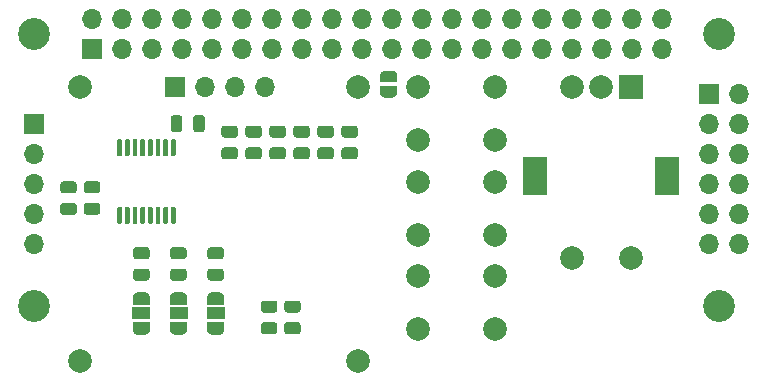
<source format=gbs>
G04 #@! TF.GenerationSoftware,KiCad,Pcbnew,(5.1.12)-1*
G04 #@! TF.CreationDate,2021-12-15T14:48:57-06:00*
G04 #@! TF.ProjectId,ctrl_board,6374726c-5f62-46f6-9172-642e6b696361,rev?*
G04 #@! TF.SameCoordinates,Original*
G04 #@! TF.FileFunction,Soldermask,Bot*
G04 #@! TF.FilePolarity,Negative*
%FSLAX46Y46*%
G04 Gerber Fmt 4.6, Leading zero omitted, Abs format (unit mm)*
G04 Created by KiCad (PCBNEW (5.1.12)-1) date 2021-12-15 14:48:57*
%MOMM*%
%LPD*%
G01*
G04 APERTURE LIST*
%ADD10C,2.000000*%
%ADD11R,1.700000X1.700000*%
%ADD12O,1.700000X1.700000*%
%ADD13C,0.150000*%
%ADD14R,1.500000X1.000000*%
%ADD15R,2.000000X2.000000*%
%ADD16R,2.000000X3.200000*%
%ADD17C,2.700000*%
G04 APERTURE END LIST*
D10*
X207390000Y-125200000D03*
X230940000Y-125200000D03*
X207390000Y-102000000D03*
X230940000Y-102000000D03*
D11*
X215380000Y-102000000D03*
D12*
X217920000Y-102000000D03*
X220460000Y-102000000D03*
X223000000Y-102000000D03*
X263182500Y-115265500D03*
X260642500Y-115265500D03*
X263182500Y-112725500D03*
X260642500Y-112725500D03*
X263182500Y-110185500D03*
X260642500Y-110185500D03*
X263182500Y-107645500D03*
X260642500Y-107645500D03*
X263182500Y-105105500D03*
X260642500Y-105105500D03*
X263182500Y-102565500D03*
D11*
X260642500Y-102565500D03*
G36*
G01*
X215375000Y-107875000D02*
X215175000Y-107875000D01*
G75*
G02*
X215075000Y-107775000I0J100000D01*
G01*
X215075000Y-106500000D01*
G75*
G02*
X215175000Y-106400000I100000J0D01*
G01*
X215375000Y-106400000D01*
G75*
G02*
X215475000Y-106500000I0J-100000D01*
G01*
X215475000Y-107775000D01*
G75*
G02*
X215375000Y-107875000I-100000J0D01*
G01*
G37*
G36*
G01*
X214725000Y-107875000D02*
X214525000Y-107875000D01*
G75*
G02*
X214425000Y-107775000I0J100000D01*
G01*
X214425000Y-106500000D01*
G75*
G02*
X214525000Y-106400000I100000J0D01*
G01*
X214725000Y-106400000D01*
G75*
G02*
X214825000Y-106500000I0J-100000D01*
G01*
X214825000Y-107775000D01*
G75*
G02*
X214725000Y-107875000I-100000J0D01*
G01*
G37*
G36*
G01*
X214075000Y-107875000D02*
X213875000Y-107875000D01*
G75*
G02*
X213775000Y-107775000I0J100000D01*
G01*
X213775000Y-106500000D01*
G75*
G02*
X213875000Y-106400000I100000J0D01*
G01*
X214075000Y-106400000D01*
G75*
G02*
X214175000Y-106500000I0J-100000D01*
G01*
X214175000Y-107775000D01*
G75*
G02*
X214075000Y-107875000I-100000J0D01*
G01*
G37*
G36*
G01*
X213425000Y-107875000D02*
X213225000Y-107875000D01*
G75*
G02*
X213125000Y-107775000I0J100000D01*
G01*
X213125000Y-106500000D01*
G75*
G02*
X213225000Y-106400000I100000J0D01*
G01*
X213425000Y-106400000D01*
G75*
G02*
X213525000Y-106500000I0J-100000D01*
G01*
X213525000Y-107775000D01*
G75*
G02*
X213425000Y-107875000I-100000J0D01*
G01*
G37*
G36*
G01*
X212775000Y-107875000D02*
X212575000Y-107875000D01*
G75*
G02*
X212475000Y-107775000I0J100000D01*
G01*
X212475000Y-106500000D01*
G75*
G02*
X212575000Y-106400000I100000J0D01*
G01*
X212775000Y-106400000D01*
G75*
G02*
X212875000Y-106500000I0J-100000D01*
G01*
X212875000Y-107775000D01*
G75*
G02*
X212775000Y-107875000I-100000J0D01*
G01*
G37*
G36*
G01*
X212125000Y-107875000D02*
X211925000Y-107875000D01*
G75*
G02*
X211825000Y-107775000I0J100000D01*
G01*
X211825000Y-106500000D01*
G75*
G02*
X211925000Y-106400000I100000J0D01*
G01*
X212125000Y-106400000D01*
G75*
G02*
X212225000Y-106500000I0J-100000D01*
G01*
X212225000Y-107775000D01*
G75*
G02*
X212125000Y-107875000I-100000J0D01*
G01*
G37*
G36*
G01*
X211475000Y-107875000D02*
X211275000Y-107875000D01*
G75*
G02*
X211175000Y-107775000I0J100000D01*
G01*
X211175000Y-106500000D01*
G75*
G02*
X211275000Y-106400000I100000J0D01*
G01*
X211475000Y-106400000D01*
G75*
G02*
X211575000Y-106500000I0J-100000D01*
G01*
X211575000Y-107775000D01*
G75*
G02*
X211475000Y-107875000I-100000J0D01*
G01*
G37*
G36*
G01*
X210825000Y-107875000D02*
X210625000Y-107875000D01*
G75*
G02*
X210525000Y-107775000I0J100000D01*
G01*
X210525000Y-106500000D01*
G75*
G02*
X210625000Y-106400000I100000J0D01*
G01*
X210825000Y-106400000D01*
G75*
G02*
X210925000Y-106500000I0J-100000D01*
G01*
X210925000Y-107775000D01*
G75*
G02*
X210825000Y-107875000I-100000J0D01*
G01*
G37*
G36*
G01*
X210825000Y-113600000D02*
X210625000Y-113600000D01*
G75*
G02*
X210525000Y-113500000I0J100000D01*
G01*
X210525000Y-112225000D01*
G75*
G02*
X210625000Y-112125000I100000J0D01*
G01*
X210825000Y-112125000D01*
G75*
G02*
X210925000Y-112225000I0J-100000D01*
G01*
X210925000Y-113500000D01*
G75*
G02*
X210825000Y-113600000I-100000J0D01*
G01*
G37*
G36*
G01*
X211475000Y-113600000D02*
X211275000Y-113600000D01*
G75*
G02*
X211175000Y-113500000I0J100000D01*
G01*
X211175000Y-112225000D01*
G75*
G02*
X211275000Y-112125000I100000J0D01*
G01*
X211475000Y-112125000D01*
G75*
G02*
X211575000Y-112225000I0J-100000D01*
G01*
X211575000Y-113500000D01*
G75*
G02*
X211475000Y-113600000I-100000J0D01*
G01*
G37*
G36*
G01*
X212125000Y-113600000D02*
X211925000Y-113600000D01*
G75*
G02*
X211825000Y-113500000I0J100000D01*
G01*
X211825000Y-112225000D01*
G75*
G02*
X211925000Y-112125000I100000J0D01*
G01*
X212125000Y-112125000D01*
G75*
G02*
X212225000Y-112225000I0J-100000D01*
G01*
X212225000Y-113500000D01*
G75*
G02*
X212125000Y-113600000I-100000J0D01*
G01*
G37*
G36*
G01*
X212775000Y-113600000D02*
X212575000Y-113600000D01*
G75*
G02*
X212475000Y-113500000I0J100000D01*
G01*
X212475000Y-112225000D01*
G75*
G02*
X212575000Y-112125000I100000J0D01*
G01*
X212775000Y-112125000D01*
G75*
G02*
X212875000Y-112225000I0J-100000D01*
G01*
X212875000Y-113500000D01*
G75*
G02*
X212775000Y-113600000I-100000J0D01*
G01*
G37*
G36*
G01*
X213425000Y-113600000D02*
X213225000Y-113600000D01*
G75*
G02*
X213125000Y-113500000I0J100000D01*
G01*
X213125000Y-112225000D01*
G75*
G02*
X213225000Y-112125000I100000J0D01*
G01*
X213425000Y-112125000D01*
G75*
G02*
X213525000Y-112225000I0J-100000D01*
G01*
X213525000Y-113500000D01*
G75*
G02*
X213425000Y-113600000I-100000J0D01*
G01*
G37*
G36*
G01*
X214075000Y-113600000D02*
X213875000Y-113600000D01*
G75*
G02*
X213775000Y-113500000I0J100000D01*
G01*
X213775000Y-112225000D01*
G75*
G02*
X213875000Y-112125000I100000J0D01*
G01*
X214075000Y-112125000D01*
G75*
G02*
X214175000Y-112225000I0J-100000D01*
G01*
X214175000Y-113500000D01*
G75*
G02*
X214075000Y-113600000I-100000J0D01*
G01*
G37*
G36*
G01*
X214725000Y-113600000D02*
X214525000Y-113600000D01*
G75*
G02*
X214425000Y-113500000I0J100000D01*
G01*
X214425000Y-112225000D01*
G75*
G02*
X214525000Y-112125000I100000J0D01*
G01*
X214725000Y-112125000D01*
G75*
G02*
X214825000Y-112225000I0J-100000D01*
G01*
X214825000Y-113500000D01*
G75*
G02*
X214725000Y-113600000I-100000J0D01*
G01*
G37*
G36*
G01*
X215375000Y-113600000D02*
X215175000Y-113600000D01*
G75*
G02*
X215075000Y-113500000I0J100000D01*
G01*
X215075000Y-112225000D01*
G75*
G02*
X215175000Y-112125000I100000J0D01*
G01*
X215375000Y-112125000D01*
G75*
G02*
X215475000Y-112225000I0J-100000D01*
G01*
X215475000Y-113500000D01*
G75*
G02*
X215375000Y-113600000I-100000J0D01*
G01*
G37*
D13*
G36*
X213323000Y-121921000D02*
G01*
X213323000Y-122471000D01*
X213322398Y-122471000D01*
X213322398Y-122495534D01*
X213317588Y-122544365D01*
X213308016Y-122592490D01*
X213293772Y-122639445D01*
X213274995Y-122684778D01*
X213251864Y-122728051D01*
X213224604Y-122768850D01*
X213193476Y-122806779D01*
X213158779Y-122841476D01*
X213120850Y-122872604D01*
X213080051Y-122899864D01*
X213036778Y-122922995D01*
X212991445Y-122941772D01*
X212944490Y-122956016D01*
X212896365Y-122965588D01*
X212847534Y-122970398D01*
X212823000Y-122970398D01*
X212823000Y-122971000D01*
X212323000Y-122971000D01*
X212323000Y-122970398D01*
X212298466Y-122970398D01*
X212249635Y-122965588D01*
X212201510Y-122956016D01*
X212154555Y-122941772D01*
X212109222Y-122922995D01*
X212065949Y-122899864D01*
X212025150Y-122872604D01*
X211987221Y-122841476D01*
X211952524Y-122806779D01*
X211921396Y-122768850D01*
X211894136Y-122728051D01*
X211871005Y-122684778D01*
X211852228Y-122639445D01*
X211837984Y-122592490D01*
X211828412Y-122544365D01*
X211823602Y-122495534D01*
X211823602Y-122471000D01*
X211823000Y-122471000D01*
X211823000Y-121921000D01*
X213323000Y-121921000D01*
G37*
D14*
X212573000Y-121171000D03*
D13*
G36*
X211823602Y-119871000D02*
G01*
X211823602Y-119846466D01*
X211828412Y-119797635D01*
X211837984Y-119749510D01*
X211852228Y-119702555D01*
X211871005Y-119657222D01*
X211894136Y-119613949D01*
X211921396Y-119573150D01*
X211952524Y-119535221D01*
X211987221Y-119500524D01*
X212025150Y-119469396D01*
X212065949Y-119442136D01*
X212109222Y-119419005D01*
X212154555Y-119400228D01*
X212201510Y-119385984D01*
X212249635Y-119376412D01*
X212298466Y-119371602D01*
X212323000Y-119371602D01*
X212323000Y-119371000D01*
X212823000Y-119371000D01*
X212823000Y-119371602D01*
X212847534Y-119371602D01*
X212896365Y-119376412D01*
X212944490Y-119385984D01*
X212991445Y-119400228D01*
X213036778Y-119419005D01*
X213080051Y-119442136D01*
X213120850Y-119469396D01*
X213158779Y-119500524D01*
X213193476Y-119535221D01*
X213224604Y-119573150D01*
X213251864Y-119613949D01*
X213274995Y-119657222D01*
X213293772Y-119702555D01*
X213308016Y-119749510D01*
X213317588Y-119797635D01*
X213322398Y-119846466D01*
X213322398Y-119871000D01*
X213323000Y-119871000D01*
X213323000Y-120421000D01*
X211823000Y-120421000D01*
X211823000Y-119871000D01*
X211823602Y-119871000D01*
G37*
G36*
X216466250Y-121921000D02*
G01*
X216466250Y-122471000D01*
X216465648Y-122471000D01*
X216465648Y-122495534D01*
X216460838Y-122544365D01*
X216451266Y-122592490D01*
X216437022Y-122639445D01*
X216418245Y-122684778D01*
X216395114Y-122728051D01*
X216367854Y-122768850D01*
X216336726Y-122806779D01*
X216302029Y-122841476D01*
X216264100Y-122872604D01*
X216223301Y-122899864D01*
X216180028Y-122922995D01*
X216134695Y-122941772D01*
X216087740Y-122956016D01*
X216039615Y-122965588D01*
X215990784Y-122970398D01*
X215966250Y-122970398D01*
X215966250Y-122971000D01*
X215466250Y-122971000D01*
X215466250Y-122970398D01*
X215441716Y-122970398D01*
X215392885Y-122965588D01*
X215344760Y-122956016D01*
X215297805Y-122941772D01*
X215252472Y-122922995D01*
X215209199Y-122899864D01*
X215168400Y-122872604D01*
X215130471Y-122841476D01*
X215095774Y-122806779D01*
X215064646Y-122768850D01*
X215037386Y-122728051D01*
X215014255Y-122684778D01*
X214995478Y-122639445D01*
X214981234Y-122592490D01*
X214971662Y-122544365D01*
X214966852Y-122495534D01*
X214966852Y-122471000D01*
X214966250Y-122471000D01*
X214966250Y-121921000D01*
X216466250Y-121921000D01*
G37*
D14*
X215716250Y-121171000D03*
D13*
G36*
X214966852Y-119871000D02*
G01*
X214966852Y-119846466D01*
X214971662Y-119797635D01*
X214981234Y-119749510D01*
X214995478Y-119702555D01*
X215014255Y-119657222D01*
X215037386Y-119613949D01*
X215064646Y-119573150D01*
X215095774Y-119535221D01*
X215130471Y-119500524D01*
X215168400Y-119469396D01*
X215209199Y-119442136D01*
X215252472Y-119419005D01*
X215297805Y-119400228D01*
X215344760Y-119385984D01*
X215392885Y-119376412D01*
X215441716Y-119371602D01*
X215466250Y-119371602D01*
X215466250Y-119371000D01*
X215966250Y-119371000D01*
X215966250Y-119371602D01*
X215990784Y-119371602D01*
X216039615Y-119376412D01*
X216087740Y-119385984D01*
X216134695Y-119400228D01*
X216180028Y-119419005D01*
X216223301Y-119442136D01*
X216264100Y-119469396D01*
X216302029Y-119500524D01*
X216336726Y-119535221D01*
X216367854Y-119573150D01*
X216395114Y-119613949D01*
X216418245Y-119657222D01*
X216437022Y-119702555D01*
X216451266Y-119749510D01*
X216460838Y-119797635D01*
X216465648Y-119846466D01*
X216465648Y-119871000D01*
X216466250Y-119871000D01*
X216466250Y-120421000D01*
X214966250Y-120421000D01*
X214966250Y-119871000D01*
X214966852Y-119871000D01*
G37*
G36*
X219609500Y-121921000D02*
G01*
X219609500Y-122471000D01*
X219608898Y-122471000D01*
X219608898Y-122495534D01*
X219604088Y-122544365D01*
X219594516Y-122592490D01*
X219580272Y-122639445D01*
X219561495Y-122684778D01*
X219538364Y-122728051D01*
X219511104Y-122768850D01*
X219479976Y-122806779D01*
X219445279Y-122841476D01*
X219407350Y-122872604D01*
X219366551Y-122899864D01*
X219323278Y-122922995D01*
X219277945Y-122941772D01*
X219230990Y-122956016D01*
X219182865Y-122965588D01*
X219134034Y-122970398D01*
X219109500Y-122970398D01*
X219109500Y-122971000D01*
X218609500Y-122971000D01*
X218609500Y-122970398D01*
X218584966Y-122970398D01*
X218536135Y-122965588D01*
X218488010Y-122956016D01*
X218441055Y-122941772D01*
X218395722Y-122922995D01*
X218352449Y-122899864D01*
X218311650Y-122872604D01*
X218273721Y-122841476D01*
X218239024Y-122806779D01*
X218207896Y-122768850D01*
X218180636Y-122728051D01*
X218157505Y-122684778D01*
X218138728Y-122639445D01*
X218124484Y-122592490D01*
X218114912Y-122544365D01*
X218110102Y-122495534D01*
X218110102Y-122471000D01*
X218109500Y-122471000D01*
X218109500Y-121921000D01*
X219609500Y-121921000D01*
G37*
D14*
X218859500Y-121171000D03*
D13*
G36*
X218110102Y-119871000D02*
G01*
X218110102Y-119846466D01*
X218114912Y-119797635D01*
X218124484Y-119749510D01*
X218138728Y-119702555D01*
X218157505Y-119657222D01*
X218180636Y-119613949D01*
X218207896Y-119573150D01*
X218239024Y-119535221D01*
X218273721Y-119500524D01*
X218311650Y-119469396D01*
X218352449Y-119442136D01*
X218395722Y-119419005D01*
X218441055Y-119400228D01*
X218488010Y-119385984D01*
X218536135Y-119376412D01*
X218584966Y-119371602D01*
X218609500Y-119371602D01*
X218609500Y-119371000D01*
X219109500Y-119371000D01*
X219109500Y-119371602D01*
X219134034Y-119371602D01*
X219182865Y-119376412D01*
X219230990Y-119385984D01*
X219277945Y-119400228D01*
X219323278Y-119419005D01*
X219366551Y-119442136D01*
X219407350Y-119469396D01*
X219445279Y-119500524D01*
X219479976Y-119535221D01*
X219511104Y-119573150D01*
X219538364Y-119613949D01*
X219561495Y-119657222D01*
X219580272Y-119702555D01*
X219594516Y-119749510D01*
X219604088Y-119797635D01*
X219608898Y-119846466D01*
X219608898Y-119871000D01*
X219609500Y-119871000D01*
X219609500Y-120421000D01*
X218109500Y-120421000D01*
X218109500Y-119871000D01*
X218110102Y-119871000D01*
G37*
G36*
G01*
X227717613Y-107093000D02*
X228617617Y-107093000D01*
G75*
G02*
X228867615Y-107342998I0J-249998D01*
G01*
X228867615Y-107868002D01*
G75*
G02*
X228617617Y-108118000I-249998J0D01*
G01*
X227717613Y-108118000D01*
G75*
G02*
X227467615Y-107868002I0J249998D01*
G01*
X227467615Y-107342998D01*
G75*
G02*
X227717613Y-107093000I249998J0D01*
G01*
G37*
G36*
G01*
X227717613Y-105268000D02*
X228617617Y-105268000D01*
G75*
G02*
X228867615Y-105517998I0J-249998D01*
G01*
X228867615Y-106043002D01*
G75*
G02*
X228617617Y-106293000I-249998J0D01*
G01*
X227717613Y-106293000D01*
G75*
G02*
X227467615Y-106043002I0J249998D01*
G01*
X227467615Y-105517998D01*
G75*
G02*
X227717613Y-105268000I249998J0D01*
G01*
G37*
G36*
G01*
X229749998Y-107093000D02*
X230650002Y-107093000D01*
G75*
G02*
X230900000Y-107342998I0J-249998D01*
G01*
X230900000Y-107868002D01*
G75*
G02*
X230650002Y-108118000I-249998J0D01*
G01*
X229749998Y-108118000D01*
G75*
G02*
X229500000Y-107868002I0J249998D01*
G01*
X229500000Y-107342998D01*
G75*
G02*
X229749998Y-107093000I249998J0D01*
G01*
G37*
G36*
G01*
X229749998Y-105268000D02*
X230650002Y-105268000D01*
G75*
G02*
X230900000Y-105517998I0J-249998D01*
G01*
X230900000Y-106043002D01*
G75*
G02*
X230650002Y-106293000I-249998J0D01*
G01*
X229749998Y-106293000D01*
G75*
G02*
X229500000Y-106043002I0J249998D01*
G01*
X229500000Y-105517998D01*
G75*
G02*
X229749998Y-105268000I249998J0D01*
G01*
G37*
G36*
G01*
X222941499Y-121907000D02*
X223841503Y-121907000D01*
G75*
G02*
X224091501Y-122156998I0J-249998D01*
G01*
X224091501Y-122682002D01*
G75*
G02*
X223841503Y-122932000I-249998J0D01*
G01*
X222941499Y-122932000D01*
G75*
G02*
X222691501Y-122682002I0J249998D01*
G01*
X222691501Y-122156998D01*
G75*
G02*
X222941499Y-121907000I249998J0D01*
G01*
G37*
G36*
G01*
X222941499Y-120082000D02*
X223841503Y-120082000D01*
G75*
G02*
X224091501Y-120331998I0J-249998D01*
G01*
X224091501Y-120857002D01*
G75*
G02*
X223841503Y-121107000I-249998J0D01*
G01*
X222941499Y-121107000D01*
G75*
G02*
X222691501Y-120857002I0J249998D01*
G01*
X222691501Y-120331998D01*
G75*
G02*
X222941499Y-120082000I249998J0D01*
G01*
G37*
G36*
G01*
X224915583Y-121907000D02*
X225815587Y-121907000D01*
G75*
G02*
X226065585Y-122156998I0J-249998D01*
G01*
X226065585Y-122682002D01*
G75*
G02*
X225815587Y-122932000I-249998J0D01*
G01*
X224915583Y-122932000D01*
G75*
G02*
X224665585Y-122682002I0J249998D01*
G01*
X224665585Y-122156998D01*
G75*
G02*
X224915583Y-121907000I249998J0D01*
G01*
G37*
G36*
G01*
X224915583Y-120082000D02*
X225815587Y-120082000D01*
G75*
G02*
X226065585Y-120331998I0J-249998D01*
G01*
X226065585Y-120857002D01*
G75*
G02*
X225815587Y-121107000I-249998J0D01*
G01*
X224915583Y-121107000D01*
G75*
G02*
X224665585Y-120857002I0J249998D01*
G01*
X224665585Y-120331998D01*
G75*
G02*
X224915583Y-120082000I249998J0D01*
G01*
G37*
G36*
G01*
X205949998Y-111800000D02*
X206850002Y-111800000D01*
G75*
G02*
X207100000Y-112049998I0J-249998D01*
G01*
X207100000Y-112575002D01*
G75*
G02*
X206850002Y-112825000I-249998J0D01*
G01*
X205949998Y-112825000D01*
G75*
G02*
X205700000Y-112575002I0J249998D01*
G01*
X205700000Y-112049998D01*
G75*
G02*
X205949998Y-111800000I249998J0D01*
G01*
G37*
G36*
G01*
X205949998Y-109975000D02*
X206850002Y-109975000D01*
G75*
G02*
X207100000Y-110224998I0J-249998D01*
G01*
X207100000Y-110750002D01*
G75*
G02*
X206850002Y-111000000I-249998J0D01*
G01*
X205949998Y-111000000D01*
G75*
G02*
X205700000Y-110750002I0J249998D01*
G01*
X205700000Y-110224998D01*
G75*
G02*
X205949998Y-109975000I249998J0D01*
G01*
G37*
G36*
G01*
X208850002Y-111000000D02*
X207949998Y-111000000D01*
G75*
G02*
X207700000Y-110750002I0J249998D01*
G01*
X207700000Y-110224998D01*
G75*
G02*
X207949998Y-109975000I249998J0D01*
G01*
X208850002Y-109975000D01*
G75*
G02*
X209100000Y-110224998I0J-249998D01*
G01*
X209100000Y-110750002D01*
G75*
G02*
X208850002Y-111000000I-249998J0D01*
G01*
G37*
G36*
G01*
X208850002Y-112825000D02*
X207949998Y-112825000D01*
G75*
G02*
X207700000Y-112575002I0J249998D01*
G01*
X207700000Y-112049998D01*
G75*
G02*
X207949998Y-111800000I249998J0D01*
G01*
X208850002Y-111800000D01*
G75*
G02*
X209100000Y-112049998I0J-249998D01*
G01*
X209100000Y-112575002D01*
G75*
G02*
X208850002Y-112825000I-249998J0D01*
G01*
G37*
G36*
G01*
X216050000Y-104625000D02*
X216050000Y-105575000D01*
G75*
G02*
X215800000Y-105825000I-250000J0D01*
G01*
X215300000Y-105825000D01*
G75*
G02*
X215050000Y-105575000I0J250000D01*
G01*
X215050000Y-104625000D01*
G75*
G02*
X215300000Y-104375000I250000J0D01*
G01*
X215800000Y-104375000D01*
G75*
G02*
X216050000Y-104625000I0J-250000D01*
G01*
G37*
G36*
G01*
X217950000Y-104625000D02*
X217950000Y-105575000D01*
G75*
G02*
X217700000Y-105825000I-250000J0D01*
G01*
X217200000Y-105825000D01*
G75*
G02*
X216950000Y-105575000I0J250000D01*
G01*
X216950000Y-104625000D01*
G75*
G02*
X217200000Y-104375000I250000J0D01*
G01*
X217700000Y-104375000D01*
G75*
G02*
X217950000Y-104625000I0J-250000D01*
G01*
G37*
D15*
X254000000Y-102000000D03*
D10*
X251500000Y-102000000D03*
X249000000Y-102000000D03*
D16*
X257100000Y-109500000D03*
X245900000Y-109500000D03*
D10*
X254000000Y-116500000D03*
X249000000Y-116500000D03*
X242500000Y-118000000D03*
X242500000Y-122500000D03*
X236000000Y-118000000D03*
X236000000Y-122500000D03*
X242500000Y-110000000D03*
X242500000Y-114500000D03*
X236000000Y-110000000D03*
X236000000Y-114500000D03*
X242500000Y-102000000D03*
X242500000Y-106500000D03*
X236000000Y-102000000D03*
X236000000Y-106500000D03*
G36*
G01*
X213023002Y-116580000D02*
X212122998Y-116580000D01*
G75*
G02*
X211873000Y-116330002I0J249998D01*
G01*
X211873000Y-115804998D01*
G75*
G02*
X212122998Y-115555000I249998J0D01*
G01*
X213023002Y-115555000D01*
G75*
G02*
X213273000Y-115804998I0J-249998D01*
G01*
X213273000Y-116330002D01*
G75*
G02*
X213023002Y-116580000I-249998J0D01*
G01*
G37*
G36*
G01*
X213023002Y-118405000D02*
X212122998Y-118405000D01*
G75*
G02*
X211873000Y-118155002I0J249998D01*
G01*
X211873000Y-117629998D01*
G75*
G02*
X212122998Y-117380000I249998J0D01*
G01*
X213023002Y-117380000D01*
G75*
G02*
X213273000Y-117629998I0J-249998D01*
G01*
X213273000Y-118155002D01*
G75*
G02*
X213023002Y-118405000I-249998J0D01*
G01*
G37*
G36*
G01*
X216150002Y-116580000D02*
X215249998Y-116580000D01*
G75*
G02*
X215000000Y-116330002I0J249998D01*
G01*
X215000000Y-115804998D01*
G75*
G02*
X215249998Y-115555000I249998J0D01*
G01*
X216150002Y-115555000D01*
G75*
G02*
X216400000Y-115804998I0J-249998D01*
G01*
X216400000Y-116330002D01*
G75*
G02*
X216150002Y-116580000I-249998J0D01*
G01*
G37*
G36*
G01*
X216150002Y-118405000D02*
X215249998Y-118405000D01*
G75*
G02*
X215000000Y-118155002I0J249998D01*
G01*
X215000000Y-117629998D01*
G75*
G02*
X215249998Y-117380000I249998J0D01*
G01*
X216150002Y-117380000D01*
G75*
G02*
X216400000Y-117629998I0J-249998D01*
G01*
X216400000Y-118155002D01*
G75*
G02*
X216150002Y-118405000I-249998J0D01*
G01*
G37*
G36*
G01*
X219309502Y-116580000D02*
X218409498Y-116580000D01*
G75*
G02*
X218159500Y-116330002I0J249998D01*
G01*
X218159500Y-115804998D01*
G75*
G02*
X218409498Y-115555000I249998J0D01*
G01*
X219309502Y-115555000D01*
G75*
G02*
X219559500Y-115804998I0J-249998D01*
G01*
X219559500Y-116330002D01*
G75*
G02*
X219309502Y-116580000I-249998J0D01*
G01*
G37*
G36*
G01*
X219309502Y-118405000D02*
X218409498Y-118405000D01*
G75*
G02*
X218159500Y-118155002I0J249998D01*
G01*
X218159500Y-117629998D01*
G75*
G02*
X218409498Y-117380000I249998J0D01*
G01*
X219309502Y-117380000D01*
G75*
G02*
X219559500Y-117629998I0J-249998D01*
G01*
X219559500Y-118155002D01*
G75*
G02*
X219309502Y-118405000I-249998J0D01*
G01*
G37*
G36*
G01*
X225685230Y-107093000D02*
X226585234Y-107093000D01*
G75*
G02*
X226835232Y-107342998I0J-249998D01*
G01*
X226835232Y-107868002D01*
G75*
G02*
X226585234Y-108118000I-249998J0D01*
G01*
X225685230Y-108118000D01*
G75*
G02*
X225435232Y-107868002I0J249998D01*
G01*
X225435232Y-107342998D01*
G75*
G02*
X225685230Y-107093000I249998J0D01*
G01*
G37*
G36*
G01*
X225685230Y-105268000D02*
X226585234Y-105268000D01*
G75*
G02*
X226835232Y-105517998I0J-249998D01*
G01*
X226835232Y-106043002D01*
G75*
G02*
X226585234Y-106293000I-249998J0D01*
G01*
X225685230Y-106293000D01*
G75*
G02*
X225435232Y-106043002I0J249998D01*
G01*
X225435232Y-105517998D01*
G75*
G02*
X225685230Y-105268000I249998J0D01*
G01*
G37*
G36*
G01*
X223652847Y-107093000D02*
X224552851Y-107093000D01*
G75*
G02*
X224802849Y-107342998I0J-249998D01*
G01*
X224802849Y-107868002D01*
G75*
G02*
X224552851Y-108118000I-249998J0D01*
G01*
X223652847Y-108118000D01*
G75*
G02*
X223402849Y-107868002I0J249998D01*
G01*
X223402849Y-107342998D01*
G75*
G02*
X223652847Y-107093000I249998J0D01*
G01*
G37*
G36*
G01*
X223652847Y-105268000D02*
X224552851Y-105268000D01*
G75*
G02*
X224802849Y-105517998I0J-249998D01*
G01*
X224802849Y-106043002D01*
G75*
G02*
X224552851Y-106293000I-249998J0D01*
G01*
X223652847Y-106293000D01*
G75*
G02*
X223402849Y-106043002I0J249998D01*
G01*
X223402849Y-105517998D01*
G75*
G02*
X223652847Y-105268000I249998J0D01*
G01*
G37*
G36*
G01*
X221620464Y-107093000D02*
X222520468Y-107093000D01*
G75*
G02*
X222770466Y-107342998I0J-249998D01*
G01*
X222770466Y-107868002D01*
G75*
G02*
X222520468Y-108118000I-249998J0D01*
G01*
X221620464Y-108118000D01*
G75*
G02*
X221370466Y-107868002I0J249998D01*
G01*
X221370466Y-107342998D01*
G75*
G02*
X221620464Y-107093000I249998J0D01*
G01*
G37*
G36*
G01*
X221620464Y-105268000D02*
X222520468Y-105268000D01*
G75*
G02*
X222770466Y-105517998I0J-249998D01*
G01*
X222770466Y-106043002D01*
G75*
G02*
X222520468Y-106293000I-249998J0D01*
G01*
X221620464Y-106293000D01*
G75*
G02*
X221370466Y-106043002I0J249998D01*
G01*
X221370466Y-105517998D01*
G75*
G02*
X221620464Y-105268000I249998J0D01*
G01*
G37*
G36*
G01*
X219588081Y-107093000D02*
X220488085Y-107093000D01*
G75*
G02*
X220738083Y-107342998I0J-249998D01*
G01*
X220738083Y-107868002D01*
G75*
G02*
X220488085Y-108118000I-249998J0D01*
G01*
X219588081Y-108118000D01*
G75*
G02*
X219338083Y-107868002I0J249998D01*
G01*
X219338083Y-107342998D01*
G75*
G02*
X219588081Y-107093000I249998J0D01*
G01*
G37*
G36*
G01*
X219588081Y-105268000D02*
X220488085Y-105268000D01*
G75*
G02*
X220738083Y-105517998I0J-249998D01*
G01*
X220738083Y-106043002D01*
G75*
G02*
X220488085Y-106293000I-249998J0D01*
G01*
X219588081Y-106293000D01*
G75*
G02*
X219338083Y-106043002I0J249998D01*
G01*
X219338083Y-105517998D01*
G75*
G02*
X219588081Y-105268000I249998J0D01*
G01*
G37*
D13*
G36*
X232750602Y-101100000D02*
G01*
X232750602Y-101075466D01*
X232755412Y-101026635D01*
X232764984Y-100978510D01*
X232779228Y-100931555D01*
X232798005Y-100886222D01*
X232821136Y-100842949D01*
X232848396Y-100802150D01*
X232879524Y-100764221D01*
X232914221Y-100729524D01*
X232952150Y-100698396D01*
X232992949Y-100671136D01*
X233036222Y-100648005D01*
X233081555Y-100629228D01*
X233128510Y-100614984D01*
X233176635Y-100605412D01*
X233225466Y-100600602D01*
X233250000Y-100600602D01*
X233250000Y-100600000D01*
X233750000Y-100600000D01*
X233750000Y-100600602D01*
X233774534Y-100600602D01*
X233823365Y-100605412D01*
X233871490Y-100614984D01*
X233918445Y-100629228D01*
X233963778Y-100648005D01*
X234007051Y-100671136D01*
X234047850Y-100698396D01*
X234085779Y-100729524D01*
X234120476Y-100764221D01*
X234151604Y-100802150D01*
X234178864Y-100842949D01*
X234201995Y-100886222D01*
X234220772Y-100931555D01*
X234235016Y-100978510D01*
X234244588Y-101026635D01*
X234249398Y-101075466D01*
X234249398Y-101100000D01*
X234250000Y-101100000D01*
X234250000Y-101600000D01*
X232750000Y-101600000D01*
X232750000Y-101100000D01*
X232750602Y-101100000D01*
G37*
G36*
X234250000Y-101900000D02*
G01*
X234250000Y-102400000D01*
X234249398Y-102400000D01*
X234249398Y-102424534D01*
X234244588Y-102473365D01*
X234235016Y-102521490D01*
X234220772Y-102568445D01*
X234201995Y-102613778D01*
X234178864Y-102657051D01*
X234151604Y-102697850D01*
X234120476Y-102735779D01*
X234085779Y-102770476D01*
X234047850Y-102801604D01*
X234007051Y-102828864D01*
X233963778Y-102851995D01*
X233918445Y-102870772D01*
X233871490Y-102885016D01*
X233823365Y-102894588D01*
X233774534Y-102899398D01*
X233750000Y-102899398D01*
X233750000Y-102900000D01*
X233250000Y-102900000D01*
X233250000Y-102899398D01*
X233225466Y-102899398D01*
X233176635Y-102894588D01*
X233128510Y-102885016D01*
X233081555Y-102870772D01*
X233036222Y-102851995D01*
X232992949Y-102828864D01*
X232952150Y-102801604D01*
X232914221Y-102770476D01*
X232879524Y-102735779D01*
X232848396Y-102697850D01*
X232821136Y-102657051D01*
X232798005Y-102613778D01*
X232779228Y-102568445D01*
X232764984Y-102521490D01*
X232755412Y-102473365D01*
X232750602Y-102424534D01*
X232750602Y-102400000D01*
X232750000Y-102400000D01*
X232750000Y-101900000D01*
X234250000Y-101900000D01*
G37*
D12*
X203500000Y-115270000D03*
X203500000Y-112730000D03*
X203500000Y-110190000D03*
X203500000Y-107650000D03*
D11*
X203500000Y-105110000D03*
D12*
X256630000Y-96230000D03*
X256630000Y-98770000D03*
X254090000Y-96230000D03*
X254090000Y-98770000D03*
X251550000Y-96230000D03*
X251550000Y-98770000D03*
X249010000Y-96230000D03*
X249010000Y-98770000D03*
X246470000Y-96230000D03*
X246470000Y-98770000D03*
X243930000Y-96230000D03*
X243930000Y-98770000D03*
X241390000Y-96230000D03*
X241390000Y-98770000D03*
X238850000Y-96230000D03*
X238850000Y-98770000D03*
X236310000Y-96230000D03*
X236310000Y-98770000D03*
X233770000Y-96230000D03*
X233770000Y-98770000D03*
X231230000Y-96230000D03*
X231230000Y-98770000D03*
X228690000Y-96230000D03*
X228690000Y-98770000D03*
X226150000Y-96230000D03*
X226150000Y-98770000D03*
X223610000Y-96230000D03*
X223610000Y-98770000D03*
X221070000Y-96230000D03*
X221070000Y-98770000D03*
X218530000Y-96230000D03*
X218530000Y-98770000D03*
X215990000Y-96230000D03*
X215990000Y-98770000D03*
X213450000Y-96230000D03*
X213450000Y-98770000D03*
X210910000Y-96230000D03*
X210910000Y-98770000D03*
X208370000Y-96230000D03*
D11*
X208370000Y-98770000D03*
D17*
X261500000Y-120500000D03*
X203500000Y-120500000D03*
X261500000Y-97500000D03*
X203500000Y-97500000D03*
M02*

</source>
